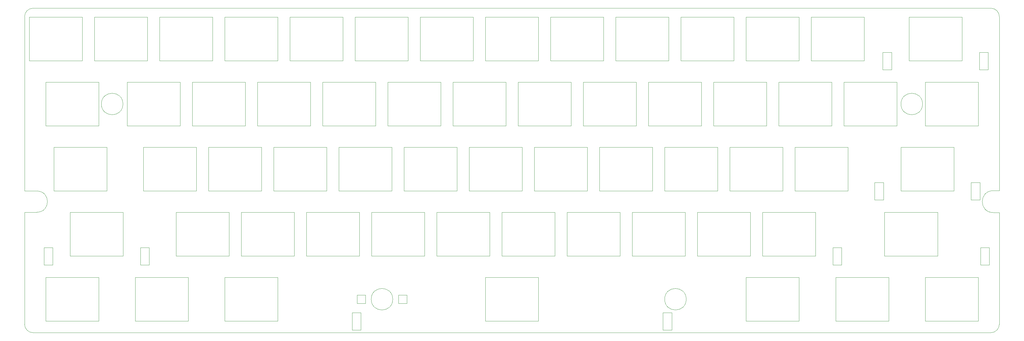
<source format=gbr>
%TF.GenerationSoftware,KiCad,Pcbnew,(5.99.0-10027-g0561ce903e)*%
%TF.CreationDate,2021-04-02T23:20:07-04:00*%
%TF.ProjectId,alps64,616c7073-3634-42e6-9b69-6361645f7063,rev?*%
%TF.SameCoordinates,Original*%
%TF.FileFunction,Profile,NP*%
%FSLAX46Y46*%
G04 Gerber Fmt 4.6, Leading zero omitted, Abs format (unit mm)*
G04 Created by KiCad (PCBNEW (5.99.0-10027-g0561ce903e)) date 2021-04-02 23:20:07*
%MOMM*%
%LPD*%
G01*
G04 APERTURE LIST*
%TA.AperFunction,Profile*%
%ADD10C,0.100000*%
%TD*%
G04 APERTURE END LIST*
D10*
X6625000Y-38325000D02*
X286625000Y-38325000D01*
X4125000Y-40825000D02*
X4125000Y-91850000D01*
X6625000Y-133324999D02*
X286625000Y-133324999D01*
X289125000Y-130824999D02*
X289125000Y-98149999D01*
X4125000Y-40825000D02*
G75*
G02*
X6625000Y-38325000I2500000J0D01*
G01*
X286625000Y-38325000D02*
G75*
G02*
X289125000Y-40825000I0J-2500000D01*
G01*
X289125000Y-130824999D02*
G75*
G02*
X286625000Y-133324999I-2500000J0D01*
G01*
X6625000Y-133324999D02*
G75*
G02*
X4125000Y-130824999I0J2500000D01*
G01*
X287324999Y-98150001D02*
G75*
G02*
X287324999Y-91749999I0J3200001D01*
G01*
X7725000Y-91850000D02*
G75*
G02*
X7725000Y-98050000I0J-3100000D01*
G01*
X7725000Y-91850000D02*
X4125000Y-91850000D01*
X7725000Y-98050000D02*
X4125000Y-98050000D01*
X287324999Y-98149999D02*
X289125000Y-98149999D01*
X4125000Y-98050000D02*
X4125000Y-130824999D01*
X287324999Y-91749999D02*
X289125000Y-91749999D01*
X289125000Y-40825000D02*
X289125000Y-91749999D01*
X266662499Y-66375000D02*
G75*
G03*
X266662499Y-66375000I-3150000J0D01*
G01*
X197575000Y-123525000D02*
G75*
G03*
X197575000Y-123525000I-3150000J0D01*
G01*
X32887499Y-66375000D02*
G75*
G03*
X32887499Y-66375000I-3149999J0D01*
G01*
X271056250Y-110875000D02*
X271056250Y-98074999D01*
X255556250Y-110875000D02*
X271056250Y-110875000D01*
X255556250Y-98074999D02*
X255556250Y-110875000D01*
X271056250Y-98074999D02*
X255556250Y-98074999D01*
X286206250Y-108375000D02*
X283606249Y-108375000D01*
X286206250Y-113475000D02*
X286206250Y-108375000D01*
X283606249Y-113475000D02*
X286206250Y-113475000D01*
X283606249Y-108375000D02*
X283606249Y-113475000D01*
X240406250Y-108375000D02*
X243006250Y-108375000D01*
X240406250Y-113475000D02*
X240406250Y-108375000D01*
X243006250Y-113475000D02*
X240406250Y-113475000D01*
X243006250Y-108375000D02*
X243006250Y-113475000D01*
X230575000Y-129925000D02*
X230575000Y-117125000D01*
X215075000Y-129925000D02*
X230575000Y-129925000D01*
X215075000Y-117125000D02*
X215075000Y-129925000D01*
X230575000Y-117125000D02*
X215075000Y-117125000D01*
X178187499Y-110875000D02*
X178187499Y-98074999D01*
X162687500Y-110875000D02*
X178187499Y-110875000D01*
X162687500Y-98074999D02*
X162687500Y-110875000D01*
X178187499Y-98074999D02*
X162687500Y-98074999D01*
X197237500Y-110875000D02*
X197237500Y-98074999D01*
X181737500Y-110875000D02*
X197237500Y-110875000D01*
X181737500Y-98074999D02*
X181737500Y-110875000D01*
X197237500Y-98074999D02*
X181737500Y-98074999D01*
X187712500Y-91825000D02*
X187712500Y-79025000D01*
X172212500Y-91825000D02*
X187712500Y-91825000D01*
X172212500Y-79025000D02*
X172212500Y-91825000D01*
X187712500Y-79025000D02*
X172212500Y-79025000D01*
X206762500Y-91825000D02*
X206762500Y-79025000D01*
X191262500Y-91825000D02*
X206762500Y-91825000D01*
X191262500Y-79025000D02*
X191262500Y-91825000D01*
X206762500Y-79025000D02*
X191262500Y-79025000D01*
X202000000Y-72775000D02*
X202000000Y-59975000D01*
X186500000Y-72775000D02*
X202000000Y-72775000D01*
X186500000Y-59975000D02*
X186500000Y-72775000D01*
X202000000Y-59975000D02*
X186500000Y-59975000D01*
X211525000Y-53725000D02*
X211525000Y-40925000D01*
X196025000Y-53725000D02*
X211525000Y-53725000D01*
X196025000Y-40925000D02*
X196025000Y-53725000D01*
X211525000Y-40925000D02*
X196025000Y-40925000D01*
X230575000Y-53725000D02*
X230575000Y-40925000D01*
X215075000Y-53725000D02*
X230575000Y-53725000D01*
X215075000Y-40925000D02*
X215075000Y-53725000D01*
X230575000Y-40925000D02*
X215075000Y-40925000D01*
X256768750Y-129925000D02*
X256768750Y-117125000D01*
X241268750Y-129925000D02*
X256768750Y-129925000D01*
X241268750Y-117125000D02*
X241268750Y-129925000D01*
X256768750Y-117125000D02*
X241268750Y-117125000D01*
X216287500Y-110875000D02*
X216287500Y-98074999D01*
X200787500Y-110875000D02*
X216287500Y-110875000D01*
X200787500Y-98074999D02*
X200787500Y-110875000D01*
X216287500Y-98074999D02*
X200787500Y-98074999D01*
X235337500Y-110875000D02*
X235337500Y-98074999D01*
X219837500Y-110875000D02*
X235337500Y-110875000D01*
X219837500Y-98074999D02*
X219837500Y-110875000D01*
X235337500Y-98074999D02*
X219837500Y-98074999D01*
X225812500Y-91825000D02*
X225812500Y-79025000D01*
X210312500Y-91825000D02*
X225812500Y-91825000D01*
X210312500Y-79025000D02*
X210312500Y-91825000D01*
X225812500Y-79025000D02*
X210312500Y-79025000D01*
X244862500Y-91825000D02*
X244862500Y-79025000D01*
X229362500Y-91825000D02*
X244862500Y-91825000D01*
X229362500Y-79025000D02*
X229362500Y-91825000D01*
X244862500Y-79025000D02*
X229362500Y-79025000D01*
X221050000Y-72775000D02*
X221050000Y-59975000D01*
X205550000Y-72775000D02*
X221050000Y-72775000D01*
X205550000Y-59975000D02*
X205550000Y-72775000D01*
X221050000Y-59975000D02*
X205550000Y-59975000D01*
X240100000Y-72775000D02*
X240100000Y-59975000D01*
X224600000Y-72775000D02*
X240100000Y-72775000D01*
X224600000Y-59975000D02*
X224600000Y-72775000D01*
X240100000Y-59975000D02*
X224600000Y-59975000D01*
X249625000Y-53725000D02*
X249625000Y-40925000D01*
X234125000Y-53725000D02*
X249625000Y-53725000D01*
X234125000Y-40925000D02*
X234125000Y-53725000D01*
X249625000Y-40925000D02*
X234125000Y-40925000D01*
X282962500Y-129925000D02*
X282962500Y-117125000D01*
X267462500Y-129925000D02*
X282962500Y-129925000D01*
X267462500Y-117125000D02*
X267462500Y-129925000D01*
X282962500Y-117125000D02*
X267462500Y-117125000D01*
X282962500Y-72775000D02*
X282962500Y-59975000D01*
X267462500Y-72775000D02*
X282962500Y-72775000D01*
X267462500Y-59975000D02*
X267462500Y-72775000D01*
X282962500Y-59975000D02*
X267462500Y-59975000D01*
X259150000Y-72775000D02*
X259150000Y-59975000D01*
X243650000Y-72775000D02*
X259150000Y-72775000D01*
X243650000Y-59975000D02*
X243650000Y-72775000D01*
X259150000Y-59975000D02*
X243650000Y-59975000D01*
X25787500Y-129925000D02*
X25787500Y-117125000D01*
X10287500Y-129925000D02*
X25787500Y-129925000D01*
X10287500Y-117125000D02*
X10287500Y-129925000D01*
X25787500Y-117125000D02*
X10287500Y-117125000D01*
X28168749Y-91825000D02*
X28168749Y-79025000D01*
X12668750Y-91825000D02*
X28168749Y-91825000D01*
X12668750Y-79025000D02*
X12668750Y-91825000D01*
X28168749Y-79025000D02*
X12668750Y-79025000D01*
X54362500Y-91825000D02*
X54362500Y-79025000D01*
X38862500Y-91825000D02*
X54362500Y-91825000D01*
X38862500Y-79025000D02*
X38862500Y-91825000D01*
X54362500Y-79025000D02*
X38862500Y-79025000D01*
X25787500Y-72775000D02*
X25787500Y-59975000D01*
X10287500Y-72775000D02*
X25787500Y-72775000D01*
X10287500Y-59975000D02*
X10287500Y-72775000D01*
X25787500Y-59975000D02*
X10287500Y-59975000D01*
X49599999Y-72775000D02*
X49599999Y-59975000D01*
X34099999Y-72775000D02*
X49599999Y-72775000D01*
X34099999Y-59975000D02*
X34099999Y-72775000D01*
X49599999Y-59975000D02*
X34099999Y-59975000D01*
X21025001Y-53725000D02*
X21025001Y-40925000D01*
X5525000Y-53725000D02*
X21025001Y-53725000D01*
X5525000Y-40925000D02*
X5525000Y-53725000D01*
X21025001Y-40925000D02*
X5525000Y-40925000D01*
X40074999Y-53725000D02*
X40074999Y-40925000D01*
X24574999Y-53725000D02*
X40074999Y-53725000D01*
X24574999Y-40925000D02*
X24574999Y-53725000D01*
X40074999Y-40925000D02*
X24574999Y-40925000D01*
X51981199Y-129925000D02*
X51981199Y-117125000D01*
X36481199Y-129925000D02*
X51981199Y-129925000D01*
X36481199Y-117125000D02*
X36481199Y-129925000D01*
X51981199Y-117125000D02*
X36481199Y-117125000D01*
X63887500Y-110875000D02*
X63887500Y-98074999D01*
X48387500Y-110875000D02*
X63887500Y-110875000D01*
X48387500Y-98074999D02*
X48387500Y-110875000D01*
X63887500Y-98074999D02*
X48387500Y-98074999D01*
X73412499Y-91825000D02*
X73412499Y-79025000D01*
X57912500Y-91825000D02*
X73412499Y-91825000D01*
X57912500Y-79025000D02*
X57912500Y-91825000D01*
X73412499Y-79025000D02*
X57912500Y-79025000D01*
X68649999Y-72775000D02*
X68649999Y-59975000D01*
X53150000Y-72775000D02*
X68649999Y-72775000D01*
X53150000Y-59975000D02*
X53150000Y-72775000D01*
X68649999Y-59975000D02*
X53150000Y-59975000D01*
X87700000Y-72775000D02*
X87700000Y-59975000D01*
X72200000Y-72775000D02*
X87700000Y-72775000D01*
X72200000Y-59975000D02*
X72200000Y-72775000D01*
X87700000Y-59975000D02*
X72200000Y-59975000D01*
X59125000Y-53725000D02*
X59125000Y-40925000D01*
X43625000Y-53725000D02*
X59125000Y-53725000D01*
X43625000Y-40925000D02*
X43625000Y-53725000D01*
X59125000Y-40925000D02*
X43625000Y-40925000D01*
X78175000Y-53725000D02*
X78175000Y-40925000D01*
X62675000Y-53725000D02*
X78175000Y-53725000D01*
X62675000Y-40925000D02*
X62675000Y-53725000D01*
X78175000Y-40925000D02*
X62675000Y-40925000D01*
X78175000Y-129925000D02*
X78175000Y-117125000D01*
X62675000Y-129925000D02*
X78175000Y-129925000D01*
X62675000Y-117125000D02*
X62675000Y-129925000D01*
X78175000Y-117125000D02*
X62675000Y-117125000D01*
X82937500Y-110875000D02*
X82937500Y-98074999D01*
X67437500Y-110875000D02*
X82937500Y-110875000D01*
X67437500Y-98074999D02*
X67437500Y-110875000D01*
X82937500Y-98074999D02*
X67437500Y-98074999D01*
X92462500Y-91825000D02*
X92462500Y-79025000D01*
X76962499Y-91825000D02*
X92462500Y-91825000D01*
X76962499Y-79025000D02*
X76962499Y-91825000D01*
X92462500Y-79025000D02*
X76962499Y-79025000D01*
X111512500Y-91825000D02*
X111512500Y-79025000D01*
X96012500Y-91825000D02*
X111512500Y-91825000D01*
X96012500Y-79025000D02*
X96012500Y-91825000D01*
X111512500Y-79025000D02*
X96012500Y-79025000D01*
X106750000Y-72775000D02*
X106750000Y-59975000D01*
X91250000Y-72775000D02*
X106750000Y-72775000D01*
X91250000Y-59975000D02*
X91250000Y-72775000D01*
X106750000Y-59975000D02*
X91250000Y-59975000D01*
X125800000Y-72775000D02*
X125800000Y-59975000D01*
X110300000Y-72775000D02*
X125800000Y-72775000D01*
X110300000Y-59975000D02*
X110300000Y-72775000D01*
X125800000Y-59975000D02*
X110300000Y-59975000D01*
X97225000Y-53725000D02*
X97225000Y-40925000D01*
X81724999Y-53725000D02*
X97225000Y-53725000D01*
X81724999Y-40925000D02*
X81724999Y-53725000D01*
X97225000Y-40925000D02*
X81724999Y-40925000D01*
X116275000Y-53725000D02*
X116275000Y-40925000D01*
X100775000Y-53725000D02*
X116275000Y-53725000D01*
X100775000Y-40925000D02*
X100775000Y-53725000D01*
X116275000Y-40925000D02*
X100775000Y-40925000D01*
X101987500Y-110875000D02*
X101987500Y-98074999D01*
X86487500Y-110875000D02*
X101987500Y-110875000D01*
X86487500Y-98074999D02*
X86487500Y-110875000D01*
X101987500Y-98074999D02*
X86487500Y-98074999D01*
X121037500Y-110875000D02*
X121037500Y-98074999D01*
X105537500Y-110875000D02*
X121037500Y-110875000D01*
X105537500Y-98074999D02*
X105537500Y-110875000D01*
X121037500Y-98074999D02*
X105537500Y-98074999D01*
X130562499Y-91825000D02*
X130562499Y-79025000D01*
X115062500Y-91825000D02*
X130562499Y-91825000D01*
X115062500Y-79025000D02*
X115062500Y-91825000D01*
X130562499Y-79025000D02*
X115062500Y-79025000D01*
X144850000Y-72775000D02*
X144850000Y-59975000D01*
X129350000Y-72775000D02*
X144850000Y-72775000D01*
X129350000Y-59975000D02*
X129350000Y-72775000D01*
X144850000Y-59975000D02*
X129350000Y-59975000D01*
X163900000Y-72775000D02*
X163900000Y-59975000D01*
X148400000Y-72775000D02*
X163900000Y-72775000D01*
X148400000Y-59975000D02*
X148400000Y-72775000D01*
X163900000Y-59975000D02*
X148400000Y-59975000D01*
X135325000Y-53725000D02*
X135325000Y-40925000D01*
X119825000Y-53725000D02*
X135325000Y-53725000D01*
X119825000Y-40925000D02*
X119825000Y-53725000D01*
X135325000Y-40925000D02*
X119825000Y-40925000D01*
X154374999Y-53725000D02*
X154374999Y-40925000D01*
X138874999Y-53725000D02*
X154374999Y-53725000D01*
X138874999Y-40925000D02*
X138874999Y-53725000D01*
X154374999Y-40925000D02*
X138874999Y-40925000D01*
X140087500Y-110875000D02*
X140087500Y-98074999D01*
X124587500Y-110875000D02*
X140087500Y-110875000D01*
X124587500Y-98074999D02*
X124587500Y-110875000D01*
X140087500Y-98074999D02*
X124587500Y-98074999D01*
X159137500Y-110875000D02*
X159137500Y-98074999D01*
X143637500Y-110875000D02*
X159137500Y-110875000D01*
X143637500Y-98074999D02*
X143637500Y-110875000D01*
X159137500Y-98074999D02*
X143637500Y-98074999D01*
X149612500Y-91825000D02*
X149612500Y-79025000D01*
X134112500Y-91825000D02*
X149612500Y-91825000D01*
X134112500Y-79025000D02*
X134112500Y-91825000D01*
X149612500Y-79025000D02*
X134112500Y-79025000D01*
X168662500Y-91825000D02*
X168662500Y-79025000D01*
X153162500Y-91825000D02*
X168662500Y-91825000D01*
X153162500Y-79025000D02*
X153162500Y-91825000D01*
X168662500Y-79025000D02*
X153162500Y-79025000D01*
X182950000Y-72775000D02*
X182950000Y-59975000D01*
X167450000Y-72775000D02*
X182950000Y-72775000D01*
X167450000Y-59975000D02*
X167450000Y-72775000D01*
X182950000Y-59975000D02*
X167450000Y-59975000D01*
X173425000Y-53725000D02*
X173425000Y-40925000D01*
X157925000Y-53725000D02*
X173425000Y-53725000D01*
X157925000Y-40925000D02*
X157925000Y-53725000D01*
X173425000Y-40925000D02*
X157925000Y-40925000D01*
X192475000Y-53725000D02*
X192475000Y-40925000D01*
X176975000Y-53725000D02*
X192475000Y-53725000D01*
X176975000Y-40925000D02*
X176975000Y-53725000D01*
X192475000Y-40925000D02*
X176975000Y-40925000D01*
X32931250Y-110875000D02*
X32931250Y-98074999D01*
X17431251Y-110875000D02*
X32931250Y-110875000D01*
X17431251Y-98074999D02*
X17431251Y-110875000D01*
X32931250Y-98074999D02*
X17431251Y-98074999D01*
X40581249Y-108375000D02*
X37981249Y-108375000D01*
X40581249Y-113475000D02*
X40581249Y-108375000D01*
X37981249Y-113475000D02*
X40581249Y-113475000D01*
X37981249Y-108375000D02*
X37981249Y-113475000D01*
X9781250Y-108375000D02*
X12381250Y-108375000D01*
X9781250Y-113475000D02*
X9781250Y-108375000D01*
X12381250Y-113475000D02*
X9781250Y-113475000D01*
X12381250Y-108375000D02*
X12381250Y-113475000D01*
X278199999Y-53725000D02*
X278199999Y-40925000D01*
X262699999Y-53725000D02*
X278199999Y-53725000D01*
X262699999Y-40925000D02*
X262699999Y-53725000D01*
X278199999Y-40925000D02*
X262699999Y-40925000D01*
X285850000Y-51225000D02*
X283250000Y-51225000D01*
X285850000Y-56325000D02*
X285850000Y-51225000D01*
X283250000Y-56325000D02*
X285850000Y-56325000D01*
X283250000Y-51225000D02*
X283250000Y-56325000D01*
X255050000Y-51225000D02*
X257650000Y-51225000D01*
X255050000Y-56325000D02*
X255050000Y-51225000D01*
X257650000Y-56325000D02*
X255050000Y-56325000D01*
X257650000Y-51225000D02*
X257650000Y-56325000D01*
X275818750Y-91825000D02*
X275818750Y-79025000D01*
X260318750Y-91825000D02*
X275818750Y-91825000D01*
X260318750Y-79025000D02*
X260318750Y-91825000D01*
X275818750Y-79025000D02*
X260318750Y-79025000D01*
X283468750Y-89325000D02*
X280868750Y-89325000D01*
X283468750Y-94425000D02*
X283468750Y-89325000D01*
X280868750Y-94425000D02*
X283468750Y-94425000D01*
X280868750Y-89325000D02*
X280868750Y-94425000D01*
X252668750Y-89325000D02*
X255268750Y-89325000D01*
X252668750Y-94425000D02*
X252668750Y-89325000D01*
X255268750Y-94425000D02*
X252668750Y-94425000D01*
X255268750Y-89325000D02*
X255268750Y-94425000D01*
X154374999Y-129925000D02*
X154374999Y-117125000D01*
X138874999Y-129925000D02*
X154374999Y-129925000D01*
X138874999Y-117125000D02*
X138874999Y-129925000D01*
X154374999Y-117125000D02*
X138874999Y-117125000D01*
X193375000Y-127425000D02*
X190775000Y-127425000D01*
X193375000Y-132525000D02*
X193375000Y-127425000D01*
X190775000Y-132525000D02*
X193375000Y-132525000D01*
X190775000Y-127425000D02*
X190775000Y-132525000D01*
X99875000Y-127425000D02*
X102475000Y-127425000D01*
X99875000Y-132525000D02*
X99875000Y-127425000D01*
X102475000Y-132525000D02*
X99875000Y-132525000D01*
X102475000Y-127425000D02*
X102475000Y-132525000D01*
X111775000Y-123525000D02*
G75*
G03*
X111775000Y-123525000I-3150000J0D01*
G01*
X113475000Y-122324999D02*
X115875000Y-122324999D01*
X113475000Y-124725000D02*
X113475000Y-122324999D01*
X115875000Y-124725000D02*
X113475000Y-124725000D01*
X115875000Y-122324999D02*
X115875000Y-124725000D01*
X101375000Y-122324999D02*
X103775000Y-122324999D01*
X101375000Y-124725000D02*
X101375000Y-122324999D01*
X103775000Y-124725000D02*
X101375000Y-124725000D01*
X103775000Y-122324999D02*
X103775000Y-124725000D01*
M02*

</source>
